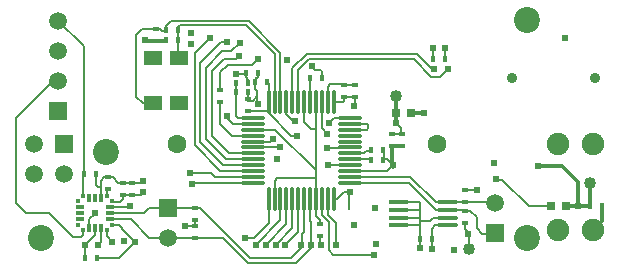
<source format=gbl>
G04 Layer: BottomLayer*
G04 EasyEDA Pro v2.2.35.2, 2025-02-24 01:09:24*
G04 Gerber Generator version 0.3*
G04 Scale: 100 percent, Rotated: No, Reflected: No*
G04 Dimensions in millimeters*
G04 Leading zeros omitted, absolute positions, 4 integers and 5 decimals*
%FSLAX45Y45*%
%MOMM*%
%ADD10C,2.2*%
%ADD11C,1.016*%
%ADD12R,0.381X0.508*%
%ADD13R,0.508X0.381*%
%ADD14R,0.635X0.762*%
%ADD15R,0.381X0.508*%
%ADD16C,0.9031*%
%ADD17C,0.9*%
%ADD18C,1.6*%
%ADD19R,0.508X0.381*%
%ADD20C,1.9*%
%ADD21O,0.3X2.1*%
%ADD22O,2.1X0.3*%
%ADD23O,1.7X0.375*%
%ADD24R,1.5X1.2*%
%ADD25R,0.7X0.3*%
%ADD26R,0.3X0.7*%
%ADD27R,0.3X0.3*%
%ADD28R,1.5X1.5*%
%ADD29C,1.5*%
%ADD30R,1.5X1.5*%
%ADD31R,1.5X1.5*%
%ADD32C,0.6096*%
%ADD33C,0.207*%
%ADD34C,0.3556*%
%ADD35C,0.3048*%
G75*


G04 Pad Start*
G54D10*
G01X14430000Y12150000D03*
G01X14430000Y10300000D03*
G01X10313600Y10300000D03*
G01X10860200Y11030900D03*
G54D11*
G01X14960600Y10764520D03*
G01X13319760Y11501120D03*
G01X13936980Y10205720D03*
G54D12*
G01X10683240Y10132060D03*
G01X10784840Y10132060D03*
G54D13*
G01X11831320Y11557000D03*
G01X11831320Y11455400D03*
G54D14*
G01X14630400Y10568940D03*
G01X14757400Y10568940D03*
G54D15*
G01X14958060Y10568940D03*
G01X15059660Y10568940D03*
G54D17*
G01X14300000Y11657400D03*
G01X15000000Y11657400D03*
G54D18*
G01X11463600Y11100000D03*
G01X13663600Y11100000D03*
G54D12*
G01X13737600Y11819940D03*
G01X13636000Y11819940D03*
G54D15*
G01X12045820Y11695480D03*
G01X12147420Y11695480D03*
G01X13111480Y10962640D03*
G01X13213080Y10962640D03*
G01X13111480Y11046460D03*
G01X13213080Y11046460D03*
G54D13*
G01X13901420Y10703560D03*
G01X13901420Y10601960D03*
G54D19*
G01X13906500Y10431780D03*
G01X13906500Y10533380D03*
G54D13*
G01X12066140Y11372900D03*
G01X12066140Y11474500D03*
G54D19*
G01X13285340Y11179860D03*
G01X13285340Y11078260D03*
G01X13366620Y11179860D03*
G01X13366620Y11078260D03*
G54D14*
G01X13318360Y11362740D03*
G01X13445360Y11362740D03*
G54D19*
G01X12881480Y11596420D03*
G01X12881480Y11494820D03*
G01X12975460Y11596420D03*
G01X12975460Y11494820D03*
G01X12673200Y10415320D03*
G01X12673200Y10313720D03*
G54D12*
G01X12231240Y11619280D03*
G01X12129640Y11619280D03*
G54D15*
G01X12693520Y11652300D03*
G01X12591920Y11652300D03*
G54D12*
G01X11374120Y12059920D03*
G01X11475720Y12059920D03*
G01X12068680Y11535460D03*
G01X11967080Y11535460D03*
G54D20*
G01X14694800Y10365300D03*
G01X14694800Y11095300D03*
G01X14984800Y11095300D03*
G01X14984800Y10365300D03*
G54D15*
G01X11375260Y11977420D03*
G01X11476860Y11977420D03*
G01X10675620Y10840720D03*
G01X10777220Y10840720D03*
G54D13*
G01X10881360Y10713720D03*
G01X10881360Y10815320D03*
G01X11005820Y10668000D03*
G01X11005820Y10769600D03*
G01X11084560Y10668000D03*
G01X11084560Y10769600D03*
G54D12*
G01X13622020Y10289540D03*
G01X13520420Y10289540D03*
G54D13*
G01X11617960Y10401300D03*
G01X11617960Y10299700D03*
G54D19*
G01X11617960Y10457180D03*
G01X11617960Y10558780D03*
G54D21*
G01X12240720Y11452700D03*
G01X12290720Y11452700D03*
G01X12340720Y11452700D03*
G01X12390720Y11452700D03*
G01X12440720Y11452700D03*
G01X12490720Y11452700D03*
G01X12540720Y11452700D03*
G01X12590720Y11452700D03*
G01X12640720Y11452700D03*
G01X12690720Y11452700D03*
G01X12740720Y11452700D03*
G01X12790720Y11452700D03*
G54D22*
G01X12925720Y11317700D03*
G01X12925720Y11267700D03*
G01X12925720Y11217700D03*
G01X12925720Y11167700D03*
G01X12925720Y11117700D03*
G01X12925720Y11067700D03*
G01X12925720Y11017700D03*
G01X12925720Y10967700D03*
G01X12925720Y10917700D03*
G01X12925720Y10867700D03*
G01X12925720Y10817700D03*
G01X12925720Y10767700D03*
G54D21*
G01X12790720Y10632700D03*
G01X12740720Y10632700D03*
G01X12690720Y10632700D03*
G01X12640720Y10632700D03*
G01X12590720Y10632700D03*
G01X12540720Y10632700D03*
G01X12490720Y10632700D03*
G01X12440720Y10632700D03*
G01X12390720Y10632700D03*
G01X12340720Y10632700D03*
G01X12290720Y10632700D03*
G01X12240720Y10632700D03*
G54D22*
G01X12105720Y10767700D03*
G01X12105720Y10817700D03*
G01X12105720Y10867700D03*
G01X12105720Y10917700D03*
G01X12105720Y10967700D03*
G01X12105720Y11017700D03*
G01X12105720Y11067700D03*
G01X12105720Y11117700D03*
G01X12105720Y11167700D03*
G01X12105720Y11217700D03*
G01X12105720Y11267700D03*
G01X12105720Y11317700D03*
G54D23*
G01X13762040Y10601720D03*
G01X13762040Y10536720D03*
G01X13762040Y10471720D03*
G01X13762040Y10406720D03*
G01X13342040Y10601720D03*
G01X13342040Y10536720D03*
G01X13342040Y10471720D03*
G01X13342040Y10406720D03*
G54D13*
G01X11286360Y11972340D03*
G01X11286360Y12073940D03*
G54D24*
G01X11264120Y11821660D03*
G01X11484120Y11821660D03*
G01X11264120Y11440660D03*
G01X11484120Y11440660D03*
G54D15*
G01X12066140Y11614200D03*
G01X11964540Y11614200D03*
G54D25*
G01X10644600Y10460520D03*
G01X10644600Y10560520D03*
G01X10644600Y10510520D03*
G01X10894600Y10510520D03*
G01X10894600Y10560520D03*
G01X10894600Y10460520D03*
G54D26*
G01X10769600Y10635520D03*
G01X10769600Y10385520D03*
G01X10819600Y10635520D03*
G01X10719600Y10635520D03*
G01X10819600Y10385520D03*
G01X10719600Y10385520D03*
G54D27*
G01X10914600Y10610520D03*
G01X10914600Y10410520D03*
G01X10869600Y10655520D03*
G01X10869600Y10365520D03*
G01X10669600Y10365520D03*
G01X10624600Y10410520D03*
G01X10624600Y10610520D03*
G01X10669600Y10655520D03*
G54D28*
G01X10507980Y11099800D03*
G54D29*
G01X10507980Y10845800D03*
G01X10253980Y11099800D03*
G01X10253980Y10845800D03*
G01X10459720Y12138660D03*
G01X10459720Y11884660D03*
G01X10459720Y11630660D03*
G54D30*
G01X10459720Y11376660D03*
G54D29*
G01X11386820Y10302240D03*
G54D31*
G01X11386820Y10556240D03*
G54D29*
G01X14160500Y10596880D03*
G54D30*
G01X14160500Y10342880D03*
G04 Pad End*

G04 Via Start*
G54D32*
G01X11112500Y10269220D03*
G01X11013440Y10271760D03*
G01X10916920Y10269220D03*
G01X10685780Y10241280D03*
G01X10792460Y10241300D03*
G01X11064240Y10574020D03*
G01X10769600Y10515600D03*
G01X14523720Y10911840D03*
G01X13760460Y11733580D03*
G01X13640974Y11733686D03*
G01X11887390Y11334404D03*
G01X14861540Y10568940D03*
G01X14163040Y10800080D03*
G01X14150340Y10934700D03*
G01X11529060Y10398760D03*
G01X11181080Y10688320D03*
G01X11581000Y11944400D03*
G01X11581000Y12035840D03*
G01X11192380Y11974880D03*
G01X13624560Y10210800D03*
G01X13520420Y10213340D03*
G01X12688440Y10242600D03*
G01X12810360Y10242600D03*
G01X11591160Y10760760D03*
G01X12398880Y11804700D03*
G01X13735060Y11906300D03*
G01X13636000Y11906300D03*
G01X13150720Y10250220D03*
G01X12734160Y11065560D03*
G01X12746860Y10918240D03*
G01X13929360Y10337800D03*
G01X11995020Y11952020D03*
G01X12149960Y11819940D03*
G01X13318360Y11271300D03*
G01X12274420Y11141760D03*
G01X12477620Y11162080D03*
G01X12751940Y11276380D03*
G01X12736700Y11184940D03*
G01X13813660Y10201960D03*
G01X13140560Y10552480D03*
G01X12602080Y10242600D03*
G01X12965300Y10407700D03*
G01X12383640Y10242600D03*
G01X12149960Y11436400D03*
G01X13554580Y11362740D03*
G01X12515720Y10242600D03*
G01X12216000Y10242600D03*
G01X12132180Y10242600D03*
G01X12299820Y10242600D03*
G01X11578460Y10849660D03*
G01X13132940Y10156240D03*
G01X12337920Y11068100D03*
G01X12467460Y11289080D03*
G01X12962760Y11416080D03*
G01X11967080Y11687860D03*
G01X12315060Y10966500D03*
G01X13292960Y10920780D03*
G01X12040740Y10303560D03*
G01X12927200Y10689640D03*
G01X11743560Y11995200D03*
G01X11888340Y11957100D03*
G01X11987400Y11842800D03*
G01X12604620Y11756440D03*
G01X14747240Y11991340D03*
G01X11176000Y10784840D03*
G01X14008100Y10703560D03*
G04 Via End*

G04 Track Start*
G54D33*
G01X12297540Y11217700D02*
G01X12640720Y10874520D01*
G01X12600160Y11222500D02*
G01X12640720Y11222500D01*
G01X12540720Y11281940D02*
G01X12600160Y11222500D01*
G01X12540720Y11281940D02*
G01X12540720Y11452700D01*
G01X12315060Y10809020D02*
G01X12640720Y10809020D01*
G01X12105720Y11217700D02*
G01X12297540Y11217700D01*
G01X12640720Y10874520D02*
G01X12640720Y11452700D01*
G01X12640720Y10632700D02*
G01X12640720Y10874520D01*
G01X11186160Y10510520D02*
G01X11231880Y10556240D01*
G01X10894600Y10510520D02*
G01X11186160Y10510520D01*
G01X11073600Y10460520D02*
G01X11231880Y10302240D01*
G01X10894600Y10460520D02*
G01X11073600Y10460520D01*
G01X10584180Y10307320D02*
G01X10652760Y10307320D01*
G01X10380980Y10510520D02*
G01X10584180Y10307320D01*
G01X10187940Y10510520D02*
G01X10380980Y10510520D01*
G01X10693400Y10233660D02*
G01X10693400Y10253980D01*
G01X10683240Y10238740D02*
G01X10685780Y10241280D01*
G01X10683240Y10132060D02*
G01X10683240Y10238740D01*
G01X10975340Y10132060D02*
G01X11112500Y10269220D01*
G01X10784840Y10132060D02*
G01X10975340Y10132060D01*
G01X11003280Y10378440D02*
G01X11003280Y10383520D01*
G01X11003280Y10378440D02*
G01X11112500Y10269220D01*
G01X10869600Y10316540D02*
G01X10916920Y10269220D01*
G01X10869600Y10316540D02*
G01X10869600Y10365520D01*
G01X10914600Y10410520D02*
G01X10915540Y10411460D01*
G01X10975340Y10411460D01*
G01X11003280Y10383520D01*
G01X10819600Y10263340D02*
G01X10819600Y10385520D01*
G01X10792460Y10236200D02*
G01X10819600Y10263340D01*
G01X10769600Y10330180D02*
G01X10769600Y10385520D01*
G01X10693400Y10253980D02*
G01X10769600Y10330180D01*
G01X10914600Y10410520D02*
G01X10917140Y10407980D01*
G01X11050740Y10560520D02*
G01X11064240Y10574020D01*
G01X10894600Y10560520D02*
G01X11050740Y10560520D01*
G01X10869600Y10701960D02*
G01X10881360Y10713720D01*
G01X10869600Y10655520D02*
G01X10869600Y10701960D01*
G01X10967720Y10769600D02*
G01X11084560Y10769600D01*
G01X10922000Y10815320D02*
G01X10967720Y10769600D01*
G01X10819600Y10734040D02*
G01X10819600Y10784840D01*
G01X10819600Y10635520D02*
G01X10819600Y10734040D01*
G01X10795000Y10734040D02*
G01X10819600Y10734040D01*
G01X10777220Y10751820D02*
G01X10795000Y10734040D01*
G01X10820400Y10784840D02*
G01X10850880Y10815320D01*
G01X10769600Y10507980D02*
G01X10769600Y10515600D01*
G01X10719600Y10457980D02*
G01X10769600Y10507980D01*
G01X10719600Y10385520D02*
G01X10719600Y10457980D01*
G01X10675620Y10840720D02*
G01X10675620Y11922760D01*
G01X10459720Y12138660D02*
G01X10675620Y11922760D01*
G01X10668000Y10363920D02*
G01X10669600Y10365520D01*
G01X10668000Y10322560D02*
G01X10668000Y10363920D01*
G01X10652760Y10307320D02*
G01X10668000Y10322560D01*
G01X10669600Y10655520D02*
G01X10669600Y10834700D01*
G01X11231880Y10556240D02*
G01X11386820Y10556240D01*
G01X11231880Y10302240D02*
G01X11386820Y10302240D01*
G01X10914600Y10610520D02*
G01X10917140Y10607980D01*
G01X10978820Y10607980D01*
G01X11005820Y10634980D01*
G01X11004220Y10666400D02*
G01X11005820Y10668000D01*
G01X11084560Y10668000D01*
G01X11160760Y10668000D01*
G01X11181080Y10688320D01*
G01X11084560Y10769600D02*
G01X11160760Y10769600D01*
G01X11176000Y10784840D01*
G01X10850880Y10815320D02*
G01X10922000Y10815320D01*
G01X10777220Y10840720D02*
G01X10779760Y10843260D01*
G01X11005820Y10634980D02*
G01X11005820Y10664800D01*
G01X11004220Y10666400D02*
G01X11005820Y10664800D01*
G01X10777220Y10751820D02*
G01X10777220Y10840720D01*
G01X13936980Y10205720D02*
G01X13936980Y10330180D01*
G54D34*
G01X13318360Y11362740D02*
G01X13318360Y11501120D01*
G54D33*
G01X10253980Y11099800D02*
G01X10261600Y11099800D01*
G01X11172960Y11440660D02*
G01X11264120Y11440660D01*
G01X11116180Y11497440D02*
G01X11172960Y11440660D01*
G01X11116180Y11497440D02*
G01X11116180Y12020600D01*
G54D34*
G01X14861540Y10568940D02*
G01X14861540Y10777220D01*
G01X14726920Y10911840D02*
G01X14861540Y10777220D01*
G01X14523720Y10911840D02*
G01X14726920Y10911840D01*
G54D33*
G01X13694335Y11667456D02*
G01X13760460Y11733580D01*
G01X12490720Y11721835D02*
G01X12581395Y11812510D01*
G01X13468486Y11812510D01*
G01X13613541Y11667456D02*
G01X13694335Y11667456D01*
G01X13468486Y11812510D02*
G01X13613541Y11667456D01*
G01X12490720Y11452700D02*
G01X12490720Y11721835D01*
G01X13497425Y11858610D02*
G01X13622349Y11733686D01*
G01X13640974Y11733686D01*
G01X12440720Y11737030D02*
G01X12562300Y11858610D01*
G01X13497425Y11858610D01*
G01X12440720Y11452700D02*
G01X12440720Y11737030D01*
G01X10101580Y10596880D02*
G01X10187940Y10510520D01*
G01X10101580Y10596880D02*
G01X10101580Y11315700D01*
G01X10416540Y11630660D01*
G01X10459720Y11630660D01*
G01X11887390Y11320590D02*
G01X11887390Y11334404D01*
G01X11887390Y11320590D02*
G01X11940540Y11267440D01*
G01X12105460Y11267440D01*
G01X12105720Y11267700D01*
G01X11831320Y11269900D02*
G01X11831320Y11455400D01*
G01X11831320Y11269900D02*
G01X11933520Y11167700D01*
G54D34*
G01X14861540Y10568940D02*
G01X14958060Y10568940D01*
G01X14757400Y10568940D02*
G01X14861540Y10568940D01*
G54D33*
G01X14163040Y10800080D02*
G01X14168120Y10795000D01*
G01X14216380Y10795000D01*
G01X14442440Y10568940D01*
G01X14630400Y10568940D01*
G01X13519020Y10535920D02*
G01X13519020Y10599420D01*
G01X13516720Y10601720D02*
G01X13519020Y10599420D01*
G01X13342040Y10601720D02*
G01X13516720Y10601720D01*
G01X11529060Y10398760D02*
G01X11531600Y10401300D01*
G01X11617960Y10401300D01*
G01X11617960Y10457180D01*
G01X11386820Y10297160D02*
G01X11856720Y10297160D01*
G01X11386820Y10556240D02*
G01X11663600Y10556240D01*
G01X12067540Y10086340D02*
G01X12468680Y10086340D01*
G01X11856720Y10297160D02*
G01X12067540Y10086340D01*
G01X11663600Y10556240D02*
G01X12086460Y10133380D01*
G01X11933520Y11167700D02*
G01X12105720Y11167700D01*
G01X11831320Y11701960D02*
G01X11898500Y11769140D01*
G01X11831320Y11557000D02*
G01X11831320Y11701960D01*
G01X11708000Y11139220D02*
G01X11708000Y11743740D01*
G01X12746860Y10918240D02*
G01X12937360Y10918240D01*
G01X11967080Y11687860D02*
G01X12045820Y11687860D01*
G01X11964540Y11819940D02*
G01X11987400Y11842800D01*
G01X11865480Y11819940D02*
G01X11964540Y11819940D01*
G01X11758800Y11713260D02*
G01X11865480Y11819940D01*
G01X12099160Y11769140D02*
G01X12149960Y11819940D01*
G01X11898500Y11769140D02*
G01X12099160Y11769140D01*
G01X12045820Y11659920D02*
G01X12045820Y11687860D01*
G01X12045820Y11659920D02*
G01X12063600Y11642140D01*
G01X12063600Y11616740D02*
G01X12063600Y11642140D01*
G01X12063600Y11616740D02*
G01X12066140Y11614200D01*
G01X12147420Y11662460D02*
G01X12147420Y11692940D01*
G01X12129640Y11644680D02*
G01X12147420Y11662460D01*
G01X12129640Y11619280D02*
G01X12129640Y11644680D01*
G01X12051280Y12101500D02*
G01X12290720Y11862060D01*
G01X11494640Y12101500D02*
G01X12051280Y12101500D01*
G01X11476860Y12083720D02*
G01X11494640Y12101500D01*
G01X11476860Y12053620D02*
G01X11476860Y12083720D01*
G54D35*
G01X11192380Y11974880D02*
G01X11194920Y11972340D01*
G01X11286360Y11972340D01*
G01X11370180Y11972340D02*
G01X11375260Y11977420D01*
G01X11286360Y11972340D02*
G01X11370180Y11972340D01*
G54D33*
G01X11342240Y12053620D02*
G01X11375260Y12053620D01*
G01X11321920Y12073940D02*
G01X11342240Y12053620D01*
G01X11286360Y12073940D02*
G01X11321920Y12073940D01*
G01X11169520Y12073940D02*
G01X11286360Y12073940D01*
G01X11116180Y12020600D02*
G01X11169520Y12073940D01*
G01X11476860Y11977420D02*
G01X11476860Y12053620D01*
G01X11375260Y12099340D02*
G01X11413360Y12137440D01*
G01X11375260Y12053620D02*
G01X11375260Y12099340D01*
G01X12071220Y12137440D02*
G01X12340720Y11867940D01*
G01X11413360Y12137440D02*
G01X12071220Y12137440D01*
G01X11476860Y11821660D02*
G01X11476860Y11977420D01*
G01X12673200Y10313720D02*
G01X12678280Y10308640D01*
G01X12678280Y10247680D02*
G01X12678280Y10308640D01*
G01X12678280Y10247680D02*
G01X12685900Y10240060D01*
G01X12740720Y10497660D02*
G01X12810360Y10428020D01*
G01X12810360Y10247680D02*
G01X12810360Y10428020D01*
G01X12790040Y10156240D02*
G01X13132940Y10156240D01*
G01X12749400Y10196880D02*
G01X12790040Y10156240D01*
G01X12749400Y10196880D02*
G01X12749400Y10435640D01*
G01X12690720Y10494320D02*
G01X12749400Y10435640D01*
G01X13149450Y10246410D02*
G01X13150720Y10245140D01*
G01X13150720Y10250220D01*
G01X12960220Y11494820D02*
G01X12972920Y11482120D01*
G01X12972920Y11426240D02*
G01X12972920Y11482120D01*
G01X12962760Y11416080D02*
G01X12972920Y11426240D01*
G01X11588620Y10750600D02*
G01X11606400Y10768380D01*
G01X12105040Y10768380D01*
G01X11591160Y10753140D02*
G01X11591160Y10760760D01*
G01X12105040Y10768380D02*
G01X12105720Y10767700D01*
G01X12874920Y10689640D02*
G01X12927200Y10689640D01*
G01X12924660Y10547400D02*
G01X12924660Y10687100D01*
G01X13135480Y10547400D02*
G01X13140560Y10552480D01*
G01X13735060Y11827560D02*
G01X13735060Y11906300D01*
G01X13636000Y11830100D02*
G01X13636000Y11906300D01*
G01X13132940Y10156240D02*
G01X13138020Y10156240D01*
G01X12734160Y11065560D02*
G01X12923580Y11065560D01*
G01X12925720Y11067700D01*
G01X13082140Y11228120D02*
G01X13082140Y11258600D01*
G01X13073040Y11267700D02*
G01X13082140Y11258600D01*
G01X12925720Y11267700D02*
G01X13073040Y11267700D01*
G01X13071720Y11217700D02*
G01X13082140Y11228120D01*
G01X12925720Y11217700D02*
G01X13071720Y11217700D01*
G01X11758800Y11167160D02*
G01X11758800Y11713260D01*
G01X11758800Y11167160D02*
G01X11908260Y11017700D01*
G01X11878180Y11959640D02*
G01X11893420Y11944400D01*
G01X11835000Y11959640D02*
G01X11878180Y11959640D01*
G01X11659740Y11784380D02*
G01X11835000Y11959640D01*
G01X11659740Y11116360D02*
G01X11659740Y11784380D01*
G01X11614020Y11865660D02*
G01X11743560Y11995200D01*
G01X11614020Y11085800D02*
G01X11614020Y11865660D01*
G01X11614020Y11085800D02*
G01X11832120Y10867700D01*
G01X11659740Y11116360D02*
G01X11858400Y10917700D01*
G01X11708000Y11743740D02*
G01X11847700Y11883440D01*
G01X11708000Y11139220D02*
G01X11879520Y10967700D01*
G01X11964540Y11614200D02*
G01X11967080Y11611660D01*
G01X11967080Y11535460D02*
G01X11967080Y11611660D01*
G01X11847700Y11883440D02*
G01X11926440Y11883440D01*
G01X11995020Y11952020D01*
G01X11783140Y10817700D02*
G01X12105720Y10817700D01*
G01X11751180Y10849660D02*
G01X11783140Y10817700D01*
G01X11578460Y10849660D02*
G01X11751180Y10849660D01*
G01X11858400Y10917700D02*
G01X12105720Y10917700D01*
G01X11879520Y10967700D02*
G01X12105720Y10967700D01*
G01X11908260Y11017700D02*
G01X12105720Y11017700D01*
G01X11964540Y11482120D02*
G01X11964540Y11532920D01*
G01X11964540Y11334800D02*
G01X11964540Y11482120D01*
G01X11964540Y11532920D02*
G01X11967080Y11535460D01*
G01X11964540Y11334800D02*
G01X11981640Y11317700D01*
G01X12105720Y11317700D01*
G01X13361540Y11177320D02*
G01X13361540Y11228120D01*
G01X13318360Y11271300D02*
G01X13361540Y11228120D01*
G01X13209140Y10966500D02*
G01X13214220Y10971580D01*
G01X13209140Y10966500D02*
G01X13247240Y10966500D01*
G01X13214220Y10971580D02*
G01X13214220Y11040160D01*
G01X13069440Y11040160D02*
G01X13112620Y11040160D01*
G01X13046980Y11017700D02*
G01X13069440Y11040160D01*
G01X12925720Y11017700D02*
G01X13046980Y11017700D01*
G54D34*
G01X13285340Y10930940D02*
G01X13295500Y10920780D01*
G01X13295500Y10900460D02*
G01X13295500Y10920780D01*
G54D33*
G01X13247240Y10966500D02*
G01X13292960Y10920780D01*
G01X13106340Y10967700D02*
G01X13107540Y10966500D01*
G01X12925720Y10967700D02*
G01X13106340Y10967700D01*
G01X12250360Y11117700D02*
G01X12274420Y11141760D01*
G01X12105720Y11117700D02*
G01X12250360Y11117700D01*
G01X12240720Y11355297D02*
G01X12433937Y11162080D01*
G01X12223117Y11372900D02*
G01X12240720Y11355297D01*
G01X12066140Y11474500D02*
G01X12068680Y11477040D01*
G01X12068680Y11535460D01*
G01X12081380Y11372900D02*
G01X12223117Y11372900D01*
G01X12108860Y11464340D02*
G01X12144880Y11500360D01*
G01X12068680Y11464340D02*
G01X12108860Y11464340D01*
G01X12240720Y11355297D02*
G01X12240720Y11452700D01*
G01X12433937Y11162080D02*
G01X12477620Y11162080D01*
G01X12751940Y11276380D02*
G01X12793260Y11317700D01*
G01X12925720Y11317700D01*
G01X12690720Y11230920D02*
G01X12690720Y11452700D01*
G01X12690720Y11230920D02*
G01X12736700Y11184940D01*
G01X12144880Y11441480D02*
G01X12144880Y11500360D01*
G01X12144880Y11441480D02*
G01X12149960Y11436400D01*
G01X12881480Y11464340D02*
G01X12881480Y11494820D01*
G01X12868780Y11451640D02*
G01X12881480Y11464340D01*
G01X12797660Y11451640D02*
G01X12868780Y11451640D01*
G01X12790720Y11452700D02*
G01X12798720Y11452700D01*
G01X12797660Y11451640D02*
G01X12798720Y11452700D01*
G01X12881480Y11494820D02*
G01X12960220Y11494820D01*
G01X12764640Y11601500D02*
G01X12886560Y11601500D01*
G01X12881480Y11596420D02*
G01X12960220Y11596420D01*
G01X12741780Y11578640D02*
G01X12764640Y11601500D01*
G01X12741780Y11453760D02*
G01X12741780Y11578640D01*
G01X12740720Y11452700D02*
G01X12741780Y11453760D01*
G01X12640180Y10632160D02*
G01X12640720Y10632700D01*
G01X12640180Y10483900D02*
G01X12640180Y10632160D01*
G01X12640180Y10483900D02*
G01X12673200Y10450880D01*
G01X12673200Y10415320D02*
G01X12673200Y10450880D01*
G01X12740720Y10497660D02*
G01X12740720Y10632700D01*
G01X12690720Y10494320D02*
G01X12690720Y10632700D01*
G01X13239880Y10867700D02*
G01X13292960Y10920780D01*
G01X12925720Y10867700D02*
G01X13239880Y10867700D01*
G01X12602080Y10219740D02*
G01X12602080Y10242600D01*
G01X12602080Y10435640D01*
G01X12540720Y10348853D02*
G01X12540720Y10632700D01*
G01X12523340Y10331473D02*
G01X12540720Y10348853D01*
G01X12523340Y10224820D02*
G01X12523340Y10331473D01*
G01X12431900Y10133380D02*
G01X12523340Y10224820D01*
G01X12590720Y10447000D02*
G01X12602080Y10435640D01*
G01X12086460Y10133380D02*
G01X12431900Y10133380D01*
G01X12383640Y10242600D02*
G01X12490720Y10349680D01*
G01X12370940Y10237520D02*
G01X12376020Y10237520D01*
G01X12299820Y10242600D02*
G01X12440720Y10383500D01*
G01X12440720Y10632700D01*
G01X12216000Y10243140D02*
G01X12390720Y10417860D01*
G01X12216000Y10242600D02*
G01X12216000Y10243140D01*
G01X12390720Y10417860D02*
G01X12390720Y10632700D01*
G01X12340720Y10453680D02*
G01X12340720Y10632700D01*
G01X12132180Y10245140D02*
G01X12340720Y10453680D01*
G01X12240720Y10429880D02*
G01X12240720Y10632700D01*
G01X12114400Y10303560D02*
G01X12240720Y10429880D01*
G01X12040740Y10303560D02*
G01X12114400Y10303560D01*
G01X12590720Y11452700D02*
G01X12590720Y11653640D01*
G01X12129640Y11560860D02*
G01X12129640Y11619280D01*
G01X12129640Y11560860D02*
G01X12144880Y11545620D01*
G01X12144880Y11500360D02*
G01X12144880Y11545620D01*
G01X12231240Y11619280D02*
G01X12240720Y11609800D01*
G01X12240720Y11452700D02*
G01X12240720Y11609800D01*
G54D34*
G01X13445360Y11362740D02*
G01X13554580Y11362740D01*
G01X13318360Y11271300D02*
G01X13318360Y11362740D01*
G54D33*
G01X13359000Y11179860D02*
G01X13361540Y11177320D01*
G01X13285340Y11179860D02*
G01X13359000Y11179860D01*
G01X12340720Y11452700D02*
G01X12340720Y11867940D01*
G01X12290720Y11452700D02*
G01X12290720Y11862060D01*
G01X11832120Y10867700D02*
G01X12105720Y10867700D01*
G01X12490720Y10349680D02*
G01X12490720Y10632700D01*
G01X12590720Y10447000D02*
G01X12590720Y10632700D01*
G01X12105720Y11067700D02*
G01X12337520Y11067700D01*
G01X12337920Y11068100D01*
G01X12390720Y11354073D02*
G01X12390720Y11452700D01*
G01X12390720Y11354073D02*
G01X12457935Y11286858D01*
G01X12290720Y10632700D02*
G01X12290720Y10784680D01*
G01X12315060Y10809020D01*
G01X12790720Y10632700D02*
G01X12817980Y10632700D01*
G01X12874920Y10689640D01*
G01X12693520Y11652300D02*
G01X12693520Y11710720D01*
G01X12678280Y11725960D02*
G01X12693520Y11710720D01*
G01X12635100Y11725960D02*
G01X12678280Y11725960D01*
G01X12604620Y11756440D02*
G01X12635100Y11725960D01*
G54D34*
G01X13285340Y11078260D02*
G01X13359000Y11078260D01*
G54D33*
G01X13359000Y11078260D02*
G01X13361540Y11078260D01*
G01X13359000Y11078260D02*
G01X13361540Y11075720D01*
G54D34*
G01X13285340Y10930940D02*
G01X13285340Y11078260D01*
G54D33*
G01X12468680Y10086340D02*
G01X12602080Y10219740D01*
G01X12925720Y10767700D02*
G01X13430880Y10767700D01*
G01X13661860Y10536720D01*
G01X13762040Y10536720D01*
G01X13900620Y10536720D01*
G01X13929360Y10337800D02*
G01X13929360Y10353040D01*
G01X13906500Y10375900D02*
G01X13929360Y10353040D01*
G01X13906500Y10375900D02*
G01X13906500Y10431780D01*
G01X12925720Y10817700D02*
G01X13441840Y10817700D01*
G01X13657820Y10601720D01*
G01X13762040Y10601720D01*
G01X13897320Y10601720D01*
G01X13519020Y10440720D02*
G01X13603020Y10440720D01*
G01X13634020Y10471720D01*
G01X13762040Y10471720D01*
G01X13312040Y10535920D02*
G01X13519020Y10535920D01*
G01X13342040Y10471720D02*
G01X13518320Y10471720D01*
G01X13519020Y10472420D01*
G01X13519020Y10440720D02*
G01X13519020Y10472420D01*
G01X13519020Y10535920D01*
G01X13342040Y10406720D02*
G01X13516140Y10406720D01*
G01X13519020Y10403840D01*
G01X13519020Y10440720D01*
G01X13519020Y10213340D02*
G01X13519020Y10403840D01*
G01X13624560Y10210800D02*
G01X13624560Y10287000D01*
G01X13622020Y10289540D02*
G01X13624560Y10287000D01*
G01X13622020Y10289540D02*
G01X13622020Y10378440D01*
G01X13650300Y10406720D01*
G01X13762040Y10406720D01*
G01X13901420Y10601960D02*
G01X14130020Y10601960D01*
G01X13897320Y10601720D02*
G01X13901420Y10605820D01*
G01X14130020Y10601960D02*
G01X14152880Y10579100D01*
G01X14051280Y10337800D02*
G01X14150340Y10337800D01*
G01X14152880Y10335260D01*
G01X13900620Y10536720D02*
G01X13906500Y10530840D01*
G01X13901420Y10703560D02*
G01X14008100Y10703560D01*
G01X14005560Y10383520D02*
G01X14051280Y10337800D01*
G01X13906500Y10533380D02*
G01X13949680Y10533380D01*
G01X14005560Y10477500D01*
G01X14005560Y10383520D02*
G01X14005560Y10477500D01*
G54D34*
G01X15059660Y10441940D02*
G01X15059660Y10568940D01*
G01X14980920Y10363200D02*
G01X15059660Y10441940D01*
G01X14958060Y10568940D02*
G01X14958060Y10761980D01*
G01X14960600Y10764520D01*
G04 Track End*

M02*


</source>
